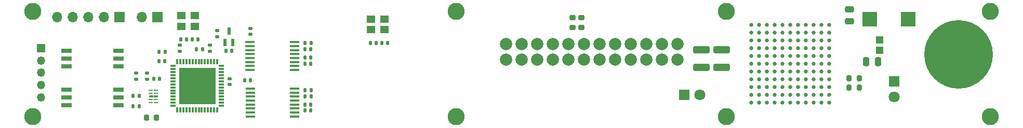
<source format=gbs>
G04 #@! TF.GenerationSoftware,KiCad,Pcbnew,(6.0.7)*
G04 #@! TF.CreationDate,2022-09-28T14:11:08+03:00*
G04 #@! TF.ProjectId,dock_rs232,646f636b-5f72-4733-9233-322e6b696361,rev?*
G04 #@! TF.SameCoordinates,Original*
G04 #@! TF.FileFunction,Soldermask,Bot*
G04 #@! TF.FilePolarity,Negative*
%FSLAX46Y46*%
G04 Gerber Fmt 4.6, Leading zero omitted, Abs format (unit mm)*
G04 Created by KiCad (PCBNEW (6.0.7)) date 2022-09-28 14:11:08*
%MOMM*%
%LPD*%
G01*
G04 APERTURE LIST*
G04 Aperture macros list*
%AMRoundRect*
0 Rectangle with rounded corners*
0 $1 Rounding radius*
0 $2 $3 $4 $5 $6 $7 $8 $9 X,Y pos of 4 corners*
0 Add a 4 corners polygon primitive as box body*
4,1,4,$2,$3,$4,$5,$6,$7,$8,$9,$2,$3,0*
0 Add four circle primitives for the rounded corners*
1,1,$1+$1,$2,$3*
1,1,$1+$1,$4,$5*
1,1,$1+$1,$6,$7*
1,1,$1+$1,$8,$9*
0 Add four rect primitives between the rounded corners*
20,1,$1+$1,$2,$3,$4,$5,0*
20,1,$1+$1,$4,$5,$6,$7,0*
20,1,$1+$1,$6,$7,$8,$9,0*
20,1,$1+$1,$8,$9,$2,$3,0*%
G04 Aperture macros list end*
%ADD10R,1.400000X1.200000*%
%ADD11R,1.639799X0.431000*%
%ADD12R,1.715000X0.760000*%
%ADD13RoundRect,0.135000X0.185000X-0.135000X0.185000X0.135000X-0.185000X0.135000X-0.185000X-0.135000X0*%
%ADD14RoundRect,0.135000X0.135000X0.185000X-0.135000X0.185000X-0.135000X-0.185000X0.135000X-0.185000X0*%
%ADD15RoundRect,0.135000X-0.135000X-0.185000X0.135000X-0.185000X0.135000X0.185000X-0.135000X0.185000X0*%
%ADD16RoundRect,0.200000X-0.200000X-0.275000X0.200000X-0.275000X0.200000X0.275000X-0.200000X0.275000X0*%
%ADD17RoundRect,0.200000X0.200000X0.275000X-0.200000X0.275000X-0.200000X-0.275000X0.200000X-0.275000X0*%
%ADD18R,1.300000X1.200000*%
%ADD19R,1.800000X1.800000*%
%ADD20C,1.800000*%
%ADD21C,0.635000*%
%ADD22R,0.900000X0.300000*%
%ADD23R,0.300000X0.900000*%
%ADD24R,6.000000X6.000000*%
%ADD25R,0.500000X1.150000*%
%ADD26RoundRect,0.218750X0.218750X0.256250X-0.218750X0.256250X-0.218750X-0.256250X0.218750X-0.256250X0*%
%ADD27R,0.675000X0.250000*%
%ADD28R,0.775000X0.400000*%
%ADD29R,2.350000X2.450000*%
%ADD30RoundRect,0.250000X-0.475000X0.250000X-0.475000X-0.250000X0.475000X-0.250000X0.475000X0.250000X0*%
%ADD31RoundRect,0.250000X-0.250000X-0.475000X0.250000X-0.475000X0.250000X0.475000X-0.250000X0.475000X0*%
%ADD32RoundRect,0.250000X-1.100000X0.325000X-1.100000X-0.325000X1.100000X-0.325000X1.100000X0.325000X0*%
%ADD33RoundRect,0.140000X0.140000X0.170000X-0.140000X0.170000X-0.140000X-0.170000X0.140000X-0.170000X0*%
%ADD34RoundRect,0.140000X-0.170000X0.140000X-0.170000X-0.140000X0.170000X-0.140000X0.170000X0.140000X0*%
%ADD35RoundRect,0.140000X-0.140000X-0.170000X0.140000X-0.170000X0.140000X0.170000X-0.140000X0.170000X0*%
%ADD36RoundRect,0.225000X-0.250000X0.225000X-0.250000X-0.225000X0.250000X-0.225000X0.250000X0.225000X0*%
%ADD37C,2.800000*%
%ADD38C,2.000000*%
%ADD39C,9.000000*%
%ADD40C,11.200000*%
%ADD41R,1.700000X1.700000*%
%ADD42O,1.700000X1.700000*%
%ADD43R,1.350000X1.350000*%
%ADD44O,1.350000X1.350000*%
G04 APERTURE END LIST*
D10*
X242515919Y-99097354D03*
X240315919Y-99097354D03*
X240315919Y-97397354D03*
X242515919Y-97397354D03*
X273385919Y-99657354D03*
X271185919Y-99657354D03*
X271185919Y-97957354D03*
X273385919Y-97957354D03*
D11*
X258748119Y-101712355D03*
X258748119Y-102362353D03*
X258748119Y-103012355D03*
X258748119Y-103662353D03*
X258748119Y-104312352D03*
X258748119Y-104962353D03*
X258748119Y-105612352D03*
X258748119Y-106262353D03*
X251483719Y-106262353D03*
X251483719Y-105612355D03*
X251483719Y-104962353D03*
X251483719Y-104312355D03*
X251483719Y-103662356D03*
X251483719Y-103012355D03*
X251483719Y-102362356D03*
X251483719Y-101712355D03*
X258769019Y-109294855D03*
X258769019Y-109944853D03*
X258769019Y-110594855D03*
X258769019Y-111244853D03*
X258769019Y-111894852D03*
X258769019Y-112544853D03*
X258769019Y-113194852D03*
X258769019Y-113844853D03*
X251504619Y-113844853D03*
X251504619Y-113194855D03*
X251504619Y-112544853D03*
X251504619Y-111894855D03*
X251504619Y-111244856D03*
X251504619Y-110594855D03*
X251504619Y-109944856D03*
X251504619Y-109294855D03*
D12*
X230023919Y-103077354D03*
X230023919Y-104347354D03*
X230023919Y-105617354D03*
X230023919Y-109427354D03*
X230023919Y-110697354D03*
X230023919Y-111967354D03*
X221577919Y-111967354D03*
X221577919Y-110697354D03*
X221577919Y-109427354D03*
X221577919Y-105617354D03*
X221577919Y-104347354D03*
X221577919Y-103077354D03*
D13*
X232905919Y-107807354D03*
X232905919Y-106787354D03*
X234665919Y-107812354D03*
X234665919Y-106792354D03*
D14*
X233455919Y-112207354D03*
X232435919Y-112207354D03*
X233455919Y-110477354D03*
X232435919Y-110477354D03*
D15*
X242725919Y-102827354D03*
X243745919Y-102827354D03*
X236610919Y-103302354D03*
X237630919Y-103302354D03*
D13*
X246130919Y-100802354D03*
X246130919Y-99782354D03*
D16*
X349090919Y-107607354D03*
X350740919Y-107607354D03*
D17*
X350740919Y-109107354D03*
X349090919Y-109107354D03*
D18*
X354105919Y-101317354D03*
X354105919Y-103017354D03*
D19*
X356405919Y-108117354D03*
D20*
X356405919Y-110657354D03*
D19*
X322275919Y-110292354D03*
D20*
X324815919Y-110292354D03*
D21*
X345855919Y-98867354D03*
X344585919Y-98867354D03*
X343315919Y-98867354D03*
X342045919Y-98867354D03*
X340775919Y-98867354D03*
X339505919Y-98867354D03*
X338235919Y-98867354D03*
X336965919Y-98867354D03*
X335695919Y-98867354D03*
X334425919Y-98867354D03*
X333155919Y-98867354D03*
X345855919Y-100137354D03*
X344585919Y-100137354D03*
X343315919Y-100137354D03*
X342045919Y-100137354D03*
X340775919Y-100137354D03*
X339505919Y-100137354D03*
X338235919Y-100137354D03*
X336965919Y-100137354D03*
X335695919Y-100137354D03*
X334425919Y-100137354D03*
X333155919Y-100137354D03*
X345855919Y-101407354D03*
X344585919Y-101407354D03*
X343315919Y-101407354D03*
X342045919Y-101407354D03*
X340775919Y-101407354D03*
X339505919Y-101407354D03*
X338235919Y-101407354D03*
X336965919Y-101407354D03*
X335695919Y-101407354D03*
X334425919Y-101407354D03*
X333155919Y-101407354D03*
X345855919Y-102677354D03*
X344585919Y-102677354D03*
X343315919Y-102677354D03*
X342045919Y-102677354D03*
X340775919Y-102677354D03*
X339505919Y-102677354D03*
X338235919Y-102677354D03*
X336965919Y-102677354D03*
X335695919Y-102677354D03*
X334425919Y-102677354D03*
X333155919Y-102677354D03*
X345855919Y-103947354D03*
X344585919Y-103947354D03*
X343315919Y-103947354D03*
X342045919Y-103947354D03*
X340775919Y-103947354D03*
X339505919Y-103947354D03*
X338235919Y-103947354D03*
X336965919Y-103947354D03*
X335695919Y-103947354D03*
X334425919Y-103947354D03*
X333155919Y-103947354D03*
X345855919Y-105217354D03*
X344585919Y-105217354D03*
X343315919Y-105217354D03*
X342045919Y-105217354D03*
X340775919Y-105217354D03*
X339505919Y-105217354D03*
X338235919Y-105217354D03*
X336965919Y-105217354D03*
X335695919Y-105217354D03*
X334425919Y-105217354D03*
X333155919Y-105217354D03*
X345855919Y-106487354D03*
X344585919Y-106487354D03*
X343315919Y-106487354D03*
X342045919Y-106487354D03*
X340775919Y-106487354D03*
X339505919Y-106487354D03*
X338235919Y-106487354D03*
X336965919Y-106487354D03*
X335695919Y-106487354D03*
X334425919Y-106487354D03*
X333155919Y-106487354D03*
X345855919Y-107757354D03*
X344585919Y-107757354D03*
X343315919Y-107757354D03*
X342045919Y-107757354D03*
X340775919Y-107757354D03*
X339505919Y-107757354D03*
X338235919Y-107757354D03*
X336965919Y-107757354D03*
X335695919Y-107757354D03*
X334425919Y-107757354D03*
X333155919Y-107757354D03*
X345855919Y-109027354D03*
X344585919Y-109027354D03*
X343315919Y-109027354D03*
X342045919Y-109027354D03*
X340775919Y-109027354D03*
X339505919Y-109027354D03*
X338235919Y-109027354D03*
X336965919Y-109027354D03*
X335695919Y-109027354D03*
X334425919Y-109027354D03*
X333155919Y-109027354D03*
X345855919Y-110297354D03*
X344585919Y-110297354D03*
X343315919Y-110297354D03*
X342045919Y-110297354D03*
X340775919Y-110297354D03*
X339505919Y-110297354D03*
X338235919Y-110297354D03*
X336965919Y-110297354D03*
X335695919Y-110297354D03*
X334425919Y-110297354D03*
X333155919Y-110297354D03*
X345855919Y-111567354D03*
X344585919Y-111567354D03*
X343315919Y-111567354D03*
X342045919Y-111567354D03*
X340775919Y-111567354D03*
X339505919Y-111567354D03*
X338235919Y-111567354D03*
X336965919Y-111567354D03*
X335695919Y-111567354D03*
X334425919Y-111567354D03*
X333155919Y-111567354D03*
D22*
X238925919Y-112097354D03*
X238925919Y-111597354D03*
X238925919Y-111097354D03*
X238925919Y-110597354D03*
X238925919Y-110097354D03*
X238925919Y-109597354D03*
X238925919Y-109097354D03*
X238925919Y-108597354D03*
X238925919Y-108097354D03*
X238925919Y-107597354D03*
X238925919Y-107097354D03*
X238925919Y-106597354D03*
X238925919Y-106097354D03*
X238925919Y-105597354D03*
D23*
X239625919Y-104897354D03*
X240125919Y-104897354D03*
X240625919Y-104897354D03*
X241125919Y-104897354D03*
X241625919Y-104897354D03*
X242125919Y-104897354D03*
X242625919Y-104897354D03*
X243125919Y-104897354D03*
X243625919Y-104897354D03*
X244125919Y-104897354D03*
X244625919Y-104897354D03*
X245125919Y-104897354D03*
X245625919Y-104897354D03*
X246125919Y-104897354D03*
D22*
X246825919Y-105597354D03*
X246825919Y-106097354D03*
X246825919Y-106597354D03*
X246825919Y-107097354D03*
X246825919Y-107597354D03*
X246825919Y-108097354D03*
X246825919Y-108597354D03*
X246825919Y-109097354D03*
X246825919Y-109597354D03*
X246825919Y-110097354D03*
X246825919Y-110597354D03*
X246825919Y-111097354D03*
X246825919Y-111597354D03*
X246825919Y-112097354D03*
D23*
X246125919Y-112797354D03*
X245625919Y-112797354D03*
X245125919Y-112797354D03*
X244625919Y-112797354D03*
X244125919Y-112797354D03*
X243625919Y-112797354D03*
X243125919Y-112797354D03*
X242625919Y-112797354D03*
X242125919Y-112797354D03*
X241625919Y-112797354D03*
X241125919Y-112797354D03*
X240625919Y-112797354D03*
X240125919Y-112797354D03*
X239625919Y-112797354D03*
D24*
X242875919Y-108847354D03*
D25*
X248690919Y-101762354D03*
X247390919Y-101762354D03*
X248040919Y-99862354D03*
D26*
X236218419Y-114002354D03*
X234643419Y-114002354D03*
D27*
X236176419Y-109592354D03*
X236176419Y-110092354D03*
D28*
X236126419Y-110592354D03*
D27*
X236176419Y-111092354D03*
X236176419Y-111592354D03*
X235301419Y-111592354D03*
X235301419Y-111092354D03*
D28*
X235351419Y-110592354D03*
D27*
X235301419Y-110092354D03*
X235301419Y-109592354D03*
D29*
X352505919Y-97917354D03*
X358705919Y-97917354D03*
D30*
X349195919Y-96357354D03*
X349195919Y-98257354D03*
D31*
X351905919Y-104867354D03*
X353805919Y-104867354D03*
D32*
X328330919Y-102917354D03*
X328330919Y-105867354D03*
X325055919Y-102917354D03*
X325055919Y-105867354D03*
D33*
X261395919Y-104247354D03*
X260435919Y-104247354D03*
X261410919Y-101867354D03*
X260450919Y-101867354D03*
X261405919Y-105207354D03*
X260445919Y-105207354D03*
D34*
X251505919Y-99487354D03*
X251505919Y-100447354D03*
D35*
X260445919Y-102842354D03*
X261405919Y-102842354D03*
D34*
X240070919Y-102212354D03*
X240070919Y-103172354D03*
D35*
X235770919Y-107662354D03*
X236730919Y-107662354D03*
X236630919Y-104802354D03*
X237590919Y-104802354D03*
D33*
X248510919Y-103102354D03*
X247550919Y-103102354D03*
D35*
X240180919Y-101257354D03*
X241140919Y-101257354D03*
D33*
X243025919Y-101257354D03*
X242065919Y-101257354D03*
D34*
X248155919Y-107657354D03*
X248155919Y-108617354D03*
X244915919Y-102222354D03*
X244915919Y-103182354D03*
D33*
X261405919Y-111887354D03*
X260445919Y-111887354D03*
X261415919Y-109567354D03*
X260455919Y-109567354D03*
X261405919Y-112837354D03*
X260445919Y-112837354D03*
D35*
X250575919Y-107967354D03*
X251535919Y-107967354D03*
X260465919Y-110537354D03*
X261425919Y-110537354D03*
X271105919Y-101857354D03*
X272065919Y-101857354D03*
D33*
X273935919Y-101847354D03*
X272975919Y-101847354D03*
D36*
X304005919Y-97717354D03*
X304005919Y-99267354D03*
X305505919Y-97717354D03*
X305505919Y-99267354D03*
D37*
X216105919Y-113833157D03*
X329105919Y-113833157D03*
D38*
X295755031Y-104537243D03*
X293215031Y-104537243D03*
X303375031Y-101997243D03*
X305915031Y-101997243D03*
X316075031Y-101997243D03*
X303375031Y-104537243D03*
X308455031Y-104537243D03*
D37*
X372105919Y-113833157D03*
D38*
X310995031Y-104537243D03*
X298295031Y-104537243D03*
X310995031Y-101997243D03*
X295755031Y-101997243D03*
X300835031Y-104537243D03*
X298295031Y-101997243D03*
D37*
X285105919Y-96717354D03*
D38*
X318615031Y-101997243D03*
X321154998Y-101997354D03*
X308455031Y-101997243D03*
X300835031Y-101997243D03*
X316075031Y-104537243D03*
X318615031Y-104537243D03*
X313535031Y-104537243D03*
X313535031Y-101997243D03*
X293215031Y-101997243D03*
D37*
X372105919Y-96717354D03*
D38*
X321155031Y-104537243D03*
D37*
X285105919Y-113833157D03*
D38*
X305915031Y-104537243D03*
D39*
X366925919Y-103687354D03*
D40*
X366925919Y-103687354D03*
D37*
X329105919Y-96717354D03*
X216105919Y-96717354D03*
D41*
X236380919Y-97617354D03*
D42*
X233840919Y-97617354D03*
D41*
X230205919Y-97617354D03*
D42*
X227665919Y-97617354D03*
X225125919Y-97617354D03*
X222585919Y-97617354D03*
X220045919Y-97617354D03*
D43*
X217405919Y-102707354D03*
D44*
X217405919Y-104707354D03*
X217405919Y-106707354D03*
X217405919Y-108707354D03*
X217405919Y-110707354D03*
M02*

</source>
